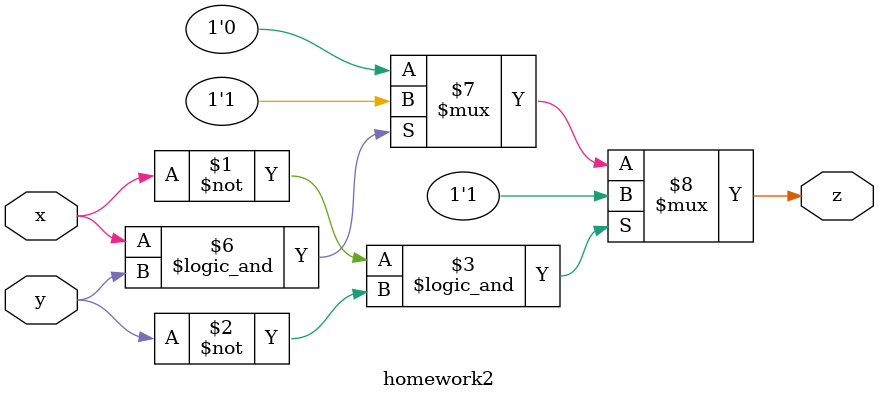
<source format=v>
`timescale 1ns / 1ps

module homework2(
    input x,
    input y,
    output z
);

assign z=   ((x==1'b0) && (y==1'b0)) ? 1'b1 :
            ((x==1'b1) && (y==1'b1)) ? 1'b1 :
            1'b0;
endmodule

</source>
